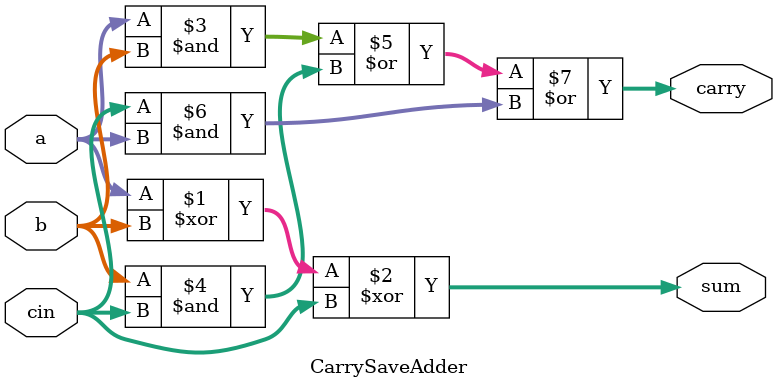
<source format=v>
`timescale 1ns / 1ps


module CarrySaveAdder(a, b, cin, sum, carry);
    input [7:0] a, b, cin;
    output [7:0] sum, carry;
    assign sum = a ^ b ^ cin;
    assign carry = (a & b) | (b & cin) | (cin & a);
endmodule


</source>
